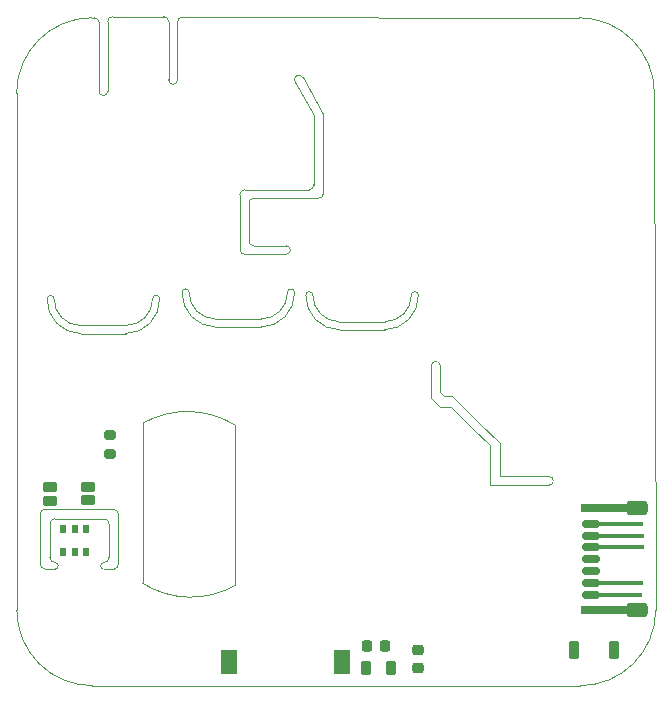
<source format=gbr>
%TF.GenerationSoftware,KiCad,Pcbnew,7.0.6*%
%TF.CreationDate,2023-07-20T17:02:44+02:00*%
%TF.ProjectId,smart_power_socket-54x54x1_6mm_3Cu,736d6172-745f-4706-9f77-65725f736f63,rev?*%
%TF.SameCoordinates,Original*%
%TF.FileFunction,Paste,Bot*%
%TF.FilePolarity,Positive*%
%FSLAX46Y46*%
G04 Gerber Fmt 4.6, Leading zero omitted, Abs format (unit mm)*
G04 Created by KiCad (PCBNEW 7.0.6) date 2023-07-20 17:02:44*
%MOMM*%
%LPD*%
G01*
G04 APERTURE LIST*
G04 Aperture macros list*
%AMRoundRect*
0 Rectangle with rounded corners*
0 $1 Rounding radius*
0 $2 $3 $4 $5 $6 $7 $8 $9 X,Y pos of 4 corners*
0 Add a 4 corners polygon primitive as box body*
4,1,4,$2,$3,$4,$5,$6,$7,$8,$9,$2,$3,0*
0 Add four circle primitives for the rounded corners*
1,1,$1+$1,$2,$3*
1,1,$1+$1,$4,$5*
1,1,$1+$1,$6,$7*
1,1,$1+$1,$8,$9*
0 Add four rect primitives between the rounded corners*
20,1,$1+$1,$2,$3,$4,$5,0*
20,1,$1+$1,$4,$5,$6,$7,0*
20,1,$1+$1,$6,$7,$8,$9,0*
20,1,$1+$1,$8,$9,$2,$3,0*%
G04 Aperture macros list end*
%ADD10R,4.500000X0.300000*%
%ADD11RoundRect,0.225000X-0.225000X-0.250000X0.225000X-0.250000X0.225000X0.250000X-0.225000X0.250000X0*%
%ADD12R,1.400000X2.100000*%
%ADD13R,5.700000X0.800000*%
%ADD14RoundRect,0.218750X-0.218750X-0.381250X0.218750X-0.381250X0.218750X0.381250X-0.218750X0.381250X0*%
%ADD15RoundRect,0.150000X-0.625000X0.150000X-0.625000X-0.150000X0.625000X-0.150000X0.625000X0.150000X0*%
%ADD16RoundRect,0.250000X-0.650000X0.350000X-0.650000X-0.350000X0.650000X-0.350000X0.650000X0.350000X0*%
%ADD17RoundRect,0.200000X-0.275000X0.200000X-0.275000X-0.200000X0.275000X-0.200000X0.275000X0.200000X0*%
%ADD18RoundRect,0.200000X-0.200000X-0.600000X0.200000X-0.600000X0.200000X0.600000X-0.200000X0.600000X0*%
%ADD19RoundRect,0.037100X0.227900X-0.317900X0.227900X0.317900X-0.227900X0.317900X-0.227900X-0.317900X0*%
%ADD20RoundRect,0.124800X0.475200X0.275200X-0.475200X0.275200X-0.475200X-0.275200X0.475200X-0.275200X0*%
%ADD21RoundRect,0.225000X0.250000X-0.225000X0.250000X0.225000X-0.250000X0.225000X-0.250000X-0.225000X0*%
%TA.AperFunction,Profile*%
%ADD22C,0.100000*%
%TD*%
G04 APERTURE END LIST*
D10*
%TO.C,*%
X164860000Y-117910000D03*
%TD*%
%TO.C,*%
X164920000Y-113920000D03*
%TD*%
%TO.C,*%
X164810000Y-118930000D03*
%TD*%
%TO.C,*%
X164900000Y-112930000D03*
%TD*%
%TO.C,*%
X164920000Y-114920000D03*
%TD*%
D11*
%TO.C,EC6*%
X143690000Y-123240000D03*
X145240000Y-123240000D03*
%TD*%
D12*
%TO.C,ANT1*%
X141540000Y-124650000D03*
X132040000Y-124650000D03*
%TD*%
D13*
%TO.C,*%
X164590000Y-111600000D03*
%TD*%
D14*
%TO.C,EL1*%
X143630000Y-125170000D03*
X145755000Y-125170000D03*
%TD*%
D15*
%TO.C,J1*%
X162685000Y-112920000D03*
X162685000Y-113920000D03*
X162685000Y-114920000D03*
X162685000Y-115920000D03*
X162685000Y-116920000D03*
X162685000Y-117920000D03*
X162685000Y-118920000D03*
D16*
X166560000Y-111620000D03*
X166560000Y-120220000D03*
%TD*%
D17*
%TO.C,LR1*%
X121920000Y-105395000D03*
X121920000Y-107045000D03*
%TD*%
D18*
%TO.C,RST1*%
X161240000Y-123620000D03*
X164580000Y-123620000D03*
%TD*%
D19*
%TO.C,U4*%
X119940000Y-115320000D03*
X118940000Y-115320000D03*
X117940000Y-115320000D03*
X117940000Y-113350000D03*
X118940000Y-113350000D03*
X119940000Y-113350000D03*
%TD*%
D20*
%TO.C,LED1*%
X120040000Y-110950000D03*
X116860000Y-110960000D03*
X120040000Y-109810000D03*
X116850000Y-109840000D03*
%TD*%
D13*
%TO.C,*%
X164580000Y-120210000D03*
%TD*%
D21*
%TO.C,EC9*%
X147990000Y-125145000D03*
X147990000Y-123595000D03*
%TD*%
D22*
X116034099Y-112111772D02*
X116052969Y-116354114D01*
X119467398Y-96819625D02*
X123278973Y-96819625D01*
X116053012Y-116354114D02*
G75*
G03*
X116483456Y-116764113I410688J214D01*
G01*
X122643533Y-112108968D02*
G75*
G03*
X122213106Y-111698969I-410133J368D01*
G01*
X132940932Y-89712067D02*
X132942993Y-85047165D01*
X149889022Y-101804022D02*
X149889022Y-99544022D01*
X130898425Y-96270000D02*
X134710000Y-96270000D01*
X141378425Y-96500871D02*
X145190000Y-96500871D01*
X119427398Y-96128754D02*
X123318973Y-96128754D01*
X138248899Y-75119216D02*
G75*
G03*
X137607176Y-75489714I-320899J-185184D01*
G01*
X148051575Y-93570000D02*
G75*
G03*
X147448425Y-93570000I-301575J0D01*
G01*
X121850193Y-112910000D02*
G75*
G03*
X121419756Y-112500002I-410293J200D01*
G01*
X133353969Y-90125104D02*
X136833969Y-90125975D01*
X117208950Y-93888754D02*
G75*
G03*
X119427398Y-96128754I2218450J-21446D01*
G01*
X114049965Y-120229930D02*
X114031486Y-76477000D01*
X132547381Y-104575763D02*
G75*
G03*
X124716477Y-104407324I-4057381J-6514237D01*
G01*
X141338425Y-95810000D02*
X145230000Y-95810000D01*
X130858425Y-95579129D02*
X134750000Y-95579129D01*
X159100000Y-109651080D02*
X154100000Y-109640000D01*
X124716477Y-104407324D02*
X124716477Y-117977196D01*
X117263698Y-112493958D02*
X121419756Y-112500001D01*
X116843168Y-115784446D02*
G75*
G03*
X117273699Y-116194445I410532J46D01*
G01*
X128063037Y-70017000D02*
G75*
G03*
X127650000Y-70430000I-37J-413000D01*
G01*
X153185000Y-104375978D02*
X151475000Y-102660000D01*
X122240273Y-116774315D02*
X121440275Y-116774758D01*
X154930000Y-106070000D02*
X154930000Y-108900000D01*
X150770978Y-103004022D02*
X152660978Y-104900000D01*
X136833969Y-90125905D02*
G75*
G03*
X136833969Y-89384895I-69J370505D01*
G01*
X138781907Y-84636044D02*
G75*
G03*
X139194944Y-84223042I-7J413044D01*
G01*
X117273699Y-116768755D02*
G75*
G03*
X117273699Y-116194445I1J287155D01*
G01*
X126140548Y-93888754D02*
G75*
G03*
X125537398Y-93888754I-301575J0D01*
G01*
X139120003Y-93570000D02*
G75*
G03*
X141338425Y-95810000I2218497J-21400D01*
G01*
X150935000Y-102120000D02*
X150205000Y-102120000D01*
X134106031Y-85375104D02*
X139591907Y-85376079D01*
X126898920Y-75336963D02*
G75*
G03*
X127640000Y-75336963I370540J0D01*
G01*
X154110000Y-106280000D02*
X154100000Y-109640000D01*
X134106031Y-89395104D02*
X136833969Y-89384895D01*
X140003969Y-78255104D02*
X138248970Y-75119175D01*
X137571575Y-93339129D02*
G75*
G03*
X136968425Y-93339129I-301575J0D01*
G01*
X133356030Y-84634093D02*
G75*
G03*
X132942993Y-85047165I70J-413107D01*
G01*
X128640075Y-93339130D02*
G75*
G03*
X130858425Y-95579129I2218425J-21470D01*
G01*
X133692994Y-88982067D02*
X133692994Y-85788141D01*
X132547381Y-118145635D02*
X132547381Y-104575763D01*
X126903000Y-70403037D02*
G75*
G03*
X126490000Y-69990000I-413000J37D01*
G01*
X149889022Y-99544022D02*
G75*
G03*
X149147942Y-99544022I-370540J0D01*
G01*
X123278973Y-96819607D02*
G75*
G03*
X126140548Y-93888754I-23673J2885507D01*
G01*
X138516788Y-93569999D02*
G75*
G03*
X141378425Y-96500871I2885312J-45301D01*
G01*
X139194944Y-84223042D02*
X139213969Y-78315104D01*
X168031605Y-76476965D02*
G75*
G03*
X161631486Y-70076895I-6400005J65D01*
G01*
X139213969Y-78315104D02*
X137607175Y-75489714D01*
X120431556Y-70076930D02*
X120597938Y-70076930D01*
X122240273Y-116774368D02*
G75*
G03*
X122650272Y-116343828I127J410368D01*
G01*
X126490000Y-69990000D02*
X122160000Y-69990000D01*
X139120000Y-93570000D02*
G75*
G03*
X138516850Y-93570000I-301575J0D01*
G01*
X127650000Y-70430000D02*
X127640000Y-75336963D01*
X134750000Y-95579128D02*
G75*
G03*
X136968424Y-93339129I0J2218528D01*
G01*
X168140070Y-120229930D02*
X168031556Y-76476965D01*
X132940896Y-89712067D02*
G75*
G03*
X133353969Y-90125104I413104J67D01*
G01*
X145230000Y-95810029D02*
G75*
G03*
X147448425Y-93570000I0J2218529D01*
G01*
X122649754Y-116343828D02*
X122643593Y-112108968D01*
X123318973Y-96128701D02*
G75*
G03*
X125537397Y-93888754I27J2218501D01*
G01*
X117208973Y-93888754D02*
G75*
G03*
X116605823Y-93888754I-301575J0D01*
G01*
X122160000Y-69989963D02*
G75*
G03*
X121746963Y-70403037I0J-413037D01*
G01*
X140004944Y-84963042D02*
X140003969Y-78255104D01*
X150770978Y-103004022D02*
X149895000Y-103001080D01*
X120431556Y-70076886D02*
G75*
G03*
X114031486Y-76477000I44J-6400114D01*
G01*
X116483456Y-116764113D02*
X117273699Y-116768716D01*
X149147942Y-102254022D02*
X149895000Y-103001080D01*
X128063037Y-70016963D02*
X161631486Y-70076895D01*
X116843212Y-115784446D02*
X116853699Y-112924445D01*
X117263698Y-112494005D02*
G75*
G03*
X116853700Y-112924445I-198J-410295D01*
G01*
X121005883Y-76300000D02*
G75*
G03*
X121746963Y-76300000I370540J0D01*
G01*
X151475000Y-102660000D02*
X150935000Y-102120000D01*
X134710000Y-96270034D02*
G75*
G03*
X137571574Y-93339129I-23700J2885534D01*
G01*
X145190001Y-96500935D02*
G75*
G03*
X148051575Y-93570000I-23701J2885535D01*
G01*
X133692996Y-88982067D02*
G75*
G03*
X134106031Y-89395104I413104J67D01*
G01*
X134106031Y-85375094D02*
G75*
G03*
X133692994Y-85788141I-31J-413006D01*
G01*
X121440275Y-116200442D02*
G75*
G03*
X121440275Y-116774758I25J-287158D01*
G01*
X138781907Y-84636079D02*
X133356030Y-84634128D01*
X161740000Y-126630000D02*
X120450035Y-126630000D01*
X128640000Y-93339129D02*
G75*
G03*
X128036850Y-93339129I-301575J0D01*
G01*
X150205000Y-102120000D02*
X149889022Y-101804022D01*
X159100000Y-109651000D02*
G75*
G03*
X159100000Y-108910000I0J370500D01*
G01*
X122213106Y-111698969D02*
X116444098Y-111681285D01*
X116444098Y-111681308D02*
G75*
G03*
X116034099Y-112111772I-98J-410392D01*
G01*
X116605834Y-93888754D02*
G75*
G03*
X119467398Y-96819625I2885266J-45346D01*
G01*
X152660978Y-104900000D02*
X154110000Y-106280000D01*
X121849756Y-115770000D02*
X121850243Y-112910000D01*
X149147942Y-99544022D02*
X149147942Y-102254022D01*
X121010975Y-70489967D02*
X121005883Y-76300000D01*
X121010970Y-70489967D02*
G75*
G03*
X120597938Y-70076930I-413070J-33D01*
G01*
X126903037Y-70403037D02*
X126898920Y-75336963D01*
X124716500Y-117977159D02*
G75*
G03*
X132547381Y-118145635I4057400J6514159D01*
G01*
X114050000Y-120229930D02*
G75*
G03*
X120450035Y-126630000I6400200J130D01*
G01*
X139591907Y-85376044D02*
G75*
G03*
X140004944Y-84963042I-7J413044D01*
G01*
X161740000Y-126630000D02*
G75*
G03*
X168140070Y-120229930I30J6400040D01*
G01*
X128036860Y-93339129D02*
G75*
G03*
X130898425Y-96270000I2885240J-45371D01*
G01*
X121440275Y-116200461D02*
G75*
G03*
X121850273Y-115770000I25J410461D01*
G01*
X121746963Y-70403037D02*
X121746963Y-76300000D01*
X153185000Y-104375978D02*
X154930000Y-106070000D01*
X154930000Y-108900000D02*
X159100000Y-108910000D01*
M02*

</source>
